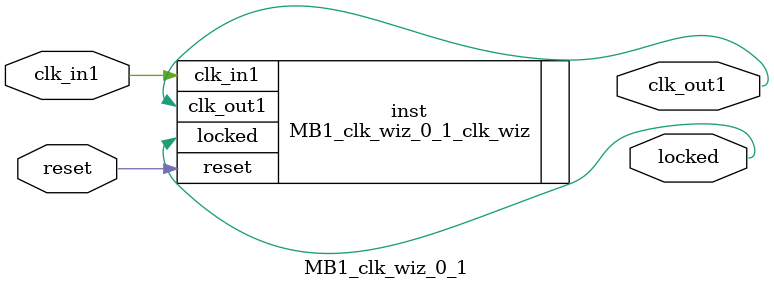
<source format=v>


`timescale 1ps/1ps

(* CORE_GENERATION_INFO = "MB1_clk_wiz_0_1,clk_wiz_v6_0_13_0_0,{component_name=MB1_clk_wiz_0_1,use_phase_alignment=true,use_min_o_jitter=false,use_max_i_jitter=false,use_dyn_phase_shift=false,use_inclk_switchover=false,use_dyn_reconfig=false,enable_axi=0,feedback_source=FDBK_AUTO,PRIMITIVE=MMCM,num_out_clk=1,clkin1_period=10.000,clkin2_period=10.000,use_power_down=false,use_reset=true,use_locked=true,use_inclk_stopped=false,feedback_type=SINGLE,CLOCK_MGR_TYPE=NA,manual_override=false}" *)

module MB1_clk_wiz_0_1 
 (
  // Clock out ports
  output        clk_out1,
  // Status and control signals
  input         reset,
  output        locked,
 // Clock in ports
  input         clk_in1
 );

  MB1_clk_wiz_0_1_clk_wiz inst
  (
  // Clock out ports  
  .clk_out1(clk_out1),
  // Status and control signals               
  .reset(reset), 
  .locked(locked),
 // Clock in ports
  .clk_in1(clk_in1)
  );

endmodule

</source>
